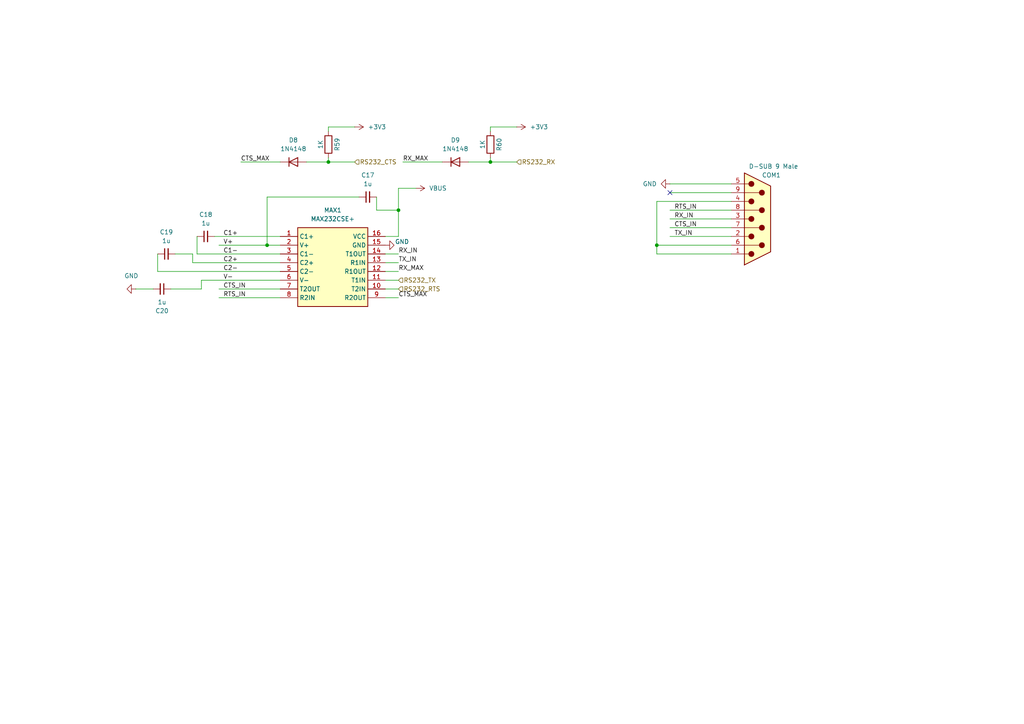
<source format=kicad_sch>
(kicad_sch (version 20231120) (generator "eeschema") (generator_version "8.0")
  (paper "A4")
  (title_block (title "FRANK") (date "2025-02-18") (rev "1.13") (company "Mikhail Matveev") (comment 1 "https://github.com/xtremespb/frank"))
  (lib_symbols
    (symbol "Device:C_Small" (pin_numbers hide) (pin_names (offset 0.254) hide)
      (property "Reference" "C" (at 0.254 1.778 0))
      (property "Value" "C_Small" (at 0.254 -2.032 0))
      (symbol "C_Small_0_1"
        (polyline (pts (xy -1.524 -0.508) (xy 1.524 -0.508)) (stroke (width 0.3302)))
        (polyline (pts (xy -1.524 0.508) (xy 1.524 0.508)) (stroke (width 0.3048)))
      )
      (symbol "C_Small_1_1"
        (pin passive line (at 0 2.54 270) (length 2.032) (name "~") (number "1"))
        (pin passive line (at 0 -2.54 90) (length 2.032) (name "~") (number "2"))
      )
    )
    (symbol "Device:R" (pin_numbers hide) (pin_names (offset 0))
      (property "Reference" "R" (at 2.032 0 90))
      (property "Value" "R" (at 0 0 90))
      (symbol "R_0_1"
        (rectangle (start -1.016 -2.54) (end 1.016 2.54) (stroke (width 0.254)))
      )
      (symbol "R_1_1"
        (pin passive line (at 0 3.81 270) (length 1.27) (name "~") (number "1"))
        (pin passive line (at 0 -3.81 90) (length 1.27) (name "~") (number "2"))
      )
    )
    (symbol "Diode:1N4148" (pin_numbers hide) (pin_names hide)
      (property "Reference" "D" (at 0 2.54 0))
      (property "Value" "1N4148" (at 0 -2.54 0))
      (symbol "1N4148_0_1"
        (polyline (pts (xy -1.27 1.27) (xy -1.27 -1.27)) (stroke (width 0.254)))
        (polyline (pts (xy 1.27 0) (xy -1.27 0)))
        (polyline (pts (xy 1.27 1.27) (xy 1.27 -1.27) (xy -1.27 0) (xy 1.27 1.27)) (stroke (width 0.254)))
      )
      (symbol "1N4148_1_1"
        (pin passive line (at -3.81 0 0) (length 2.54) (name "K") (number "1"))
        (pin passive line (at 3.81 0 180) (length 2.54) (name "A") (number "2"))
      )
    )
    (symbol "FRANK:DB9_Male_Small" (pin_names (offset 1.016) hide)
      (property "Reference" "JOY1" (at 1.27 12.7 0))
      (symbol "DB9_Male_Small_0_1"
        (circle (center -1.778 -10.16) (radius 0.762) (fill (type outline)))
        (circle (center -1.778 -5.08) (radius 0.762) (fill (type outline)))
        (circle (center -1.778 0) (radius 0.762) (fill (type outline)))
        (circle (center -1.778 5.08) (radius 0.762) (fill (type outline)))
        (circle (center -1.778 10.16) (radius 0.762) (fill (type outline)))
        (polyline (pts (xy -3.81 -10.16) (xy -2.54 -10.16)))
        (polyline (pts (xy -3.81 -7.62) (xy 0.508 -7.62)))
        (polyline (pts (xy -3.81 -5.08) (xy -2.54 -5.08)))
        (polyline (pts (xy -3.81 -2.54) (xy 0.508 -2.54)))
        (polyline (pts (xy -3.81 0) (xy -2.54 0)))
        (polyline (pts (xy -3.81 2.54) (xy 0.508 2.54)))
        (polyline (pts (xy -3.81 5.08) (xy -2.54 5.08)))
        (polyline (pts (xy -3.81 7.62) (xy 0.508 7.62)))
        (polyline (pts (xy -3.81 10.16) (xy -2.54 10.16)))
        (polyline (pts (xy -3.81 -13.335) (xy -3.81 13.335) (xy 3.81 9.525) (xy 3.81 -9.525) (xy -3.81 -13.335)) (stroke (width 0.254)) (fill (type background)))
        (circle (center 1.27 -7.62) (radius 0.762) (fill (type outline)))
        (circle (center 1.27 -2.54) (radius 0.762) (fill (type outline)))
        (circle (center 1.27 2.54) (radius 0.762) (fill (type outline)))
        (circle (center 1.27 7.62) (radius 0.762) (fill (type outline)))
      )
      (symbol "DB9_Male_Small_1_1"
        (pin passive line (at -7.62 -10.16 0) (length 3.81) (name "1") (number "1"))
        (pin passive line (at -7.62 -5.08 0) (length 3.81) (name "2") (number "2"))
        (pin passive line (at -7.62 0 0) (length 3.81) (name "3") (number "3"))
        (pin passive line (at -7.62 5.08 0) (length 3.81) (name "4") (number "4"))
        (pin passive line (at -7.62 10.16 0) (length 3.81) (name "5") (number "5"))
        (pin passive line (at -7.62 -7.62 0) (length 3.81) (name "6") (number "6"))
        (pin passive line (at -7.62 -2.54 0) (length 3.81) (name "7") (number "7"))
        (pin passive line (at -7.62 2.54 0) (length 3.81) (name "8") (number "8"))
        (pin passive line (at -7.62 7.62 0) (length 3.81) (name "9") (number "9"))
      )
    )
    (symbol "FRANK:MAX232CSE+"
      (property "Reference" "MAX1" (at 15.24 7.62 0))
      (property "Value" "MAX232CSE+" (at 15.24 5.08 0))
      (symbol "MAX232CSE+_1_1"
        (rectangle (start 5.08 2.54) (end 25.4 -20.32) (stroke (width 0.254)) (fill (type background)))
        (pin passive line (at 0 0 0) (length 5.08) (name "C1+") (number "1"))
        (pin passive line (at 30.48 -15.24 180) (length 5.08) (name "T2IN") (number "10"))
        (pin passive line (at 30.48 -12.7 180) (length 5.08) (name "T1IN") (number "11"))
        (pin passive line (at 30.48 -10.16 180) (length 5.08) (name "R1OUT") (number "12"))
        (pin passive line (at 30.48 -7.62 180) (length 5.08) (name "R1IN") (number "13"))
        (pin passive line (at 30.48 -5.08 180) (length 5.08) (name "T1OUT") (number "14"))
        (pin passive line (at 30.48 -2.54 180) (length 5.08) (name "GND") (number "15"))
        (pin passive line (at 30.48 0 180) (length 5.08) (name "VCC") (number "16"))
        (pin passive line (at 0 -2.54 0) (length 5.08) (name "V+") (number "2"))
        (pin passive line (at 0 -5.08 0) (length 5.08) (name "C1-") (number "3"))
        (pin passive line (at 0 -7.62 0) (length 5.08) (name "C2+") (number "4"))
        (pin passive line (at 0 -10.16 0) (length 5.08) (name "C2-") (number "5"))
        (pin passive line (at 0 -12.7 0) (length 5.08) (name "V-") (number "6"))
        (pin passive line (at 0 -15.24 0) (length 5.08) (name "T2OUT") (number "7"))
        (pin passive line (at 0 -17.78 0) (length 5.08) (name "R2IN") (number "8"))
        (pin passive line (at 30.48 -17.78 180) (length 5.08) (name "R2OUT") (number "9"))
      )
    )
    (symbol "GND_2" (power) (pin_numbers hide) (pin_names (offset 0) hide)
      (property "Value" "GND" (at 0 -3.81 0))
      (symbol "GND_2_0_1"
        (polyline (pts (xy 0 0) (xy 0 -1.27) (xy 1.27 -1.27) (xy 0 -2.54) (xy -1.27 -1.27) (xy 0 -1.27)))
      )
      (symbol "GND_2_1_1"
        (pin power_in line (at 0 0 270) (length 0) (name "~") (number "1"))
      )
    )
    (symbol "GND_3" (power) (pin_numbers hide) (pin_names (offset 0) hide)
      (property "Value" "GND" (at 0 -3.81 0))
      (symbol "GND_3_0_1"
        (polyline (pts (xy 0 0) (xy 0 -1.27) (xy 1.27 -1.27) (xy 0 -2.54) (xy -1.27 -1.27) (xy 0 -1.27)))
      )
      (symbol "GND_3_1_1"
        (pin power_in line (at 0 0 270) (length 0) (name "~") (number "1"))
      )
    )
    (symbol "GND_7" (power) (pin_numbers hide) (pin_names (offset 0) hide)
      (property "Value" "GND" (at 0 -3.81 0))
      (symbol "GND_7_0_1"
        (polyline (pts (xy 0 0) (xy 0 -1.27) (xy 1.27 -1.27) (xy 0 -2.54) (xy -1.27 -1.27) (xy 0 -1.27)))
      )
      (symbol "GND_7_1_1"
        (pin power_in line (at 0 0 270) (length 0) (name "~") (number "1"))
      )
    )
    (symbol "power:+3V3" (power) (pin_numbers hide) (pin_names (offset 0) hide)
      (property "Value" "+3V3" (at 0 3.556 0))
      (symbol "+3V3_0_1"
        (polyline (pts (xy -0.762 1.27) (xy 0 2.54)))
        (polyline (pts (xy 0 0) (xy 0 2.54)))
        (polyline (pts (xy 0 2.54) (xy 0.762 1.27)))
      )
      (symbol "+3V3_1_1"
        (pin power_in line (at 0 0 90) (length 0) (name "~") (number "1"))
      )
    )
    (symbol "power:VBUS" (power) (pin_numbers hide) (pin_names (offset 0) hide)
      (property "Value" "VBUS" (at 0 3.556 0))
      (symbol "VBUS_0_1"
        (polyline (pts (xy -0.762 1.27) (xy 0 2.54)))
        (polyline (pts (xy 0 0) (xy 0 2.54)))
        (polyline (pts (xy 0 2.54) (xy 0.762 1.27)))
      )
      (symbol "VBUS_1_1"
        (pin power_in line (at 0 0 90) (length 0) (name "~") (number "1"))
      )
    )
  )
  (junction (at 95.25 46.99))
  (junction (at 142.24 46.99))
  (junction (at 190.5 71.12))
  (junction (at 115.57 60.96))
  (junction (at 77.47 71.12))
  (no_connect (at 194.31 55.88))
  (wire (pts (xy 111.76 83.82) (xy 115.57 83.82)))
  (wire (pts (xy 111.76 78.74) (xy 115.57 78.74)))
  (wire (pts (xy 58.42 83.82) (xy 58.42 81.28)))
  (wire (pts (xy 190.5 73.66) (xy 190.5 71.12)))
  (wire (pts (xy 44.45 83.82) (xy 39.37 83.82)))
  (wire (pts (xy 58.42 81.28) (xy 81.28 81.28)))
  (wire (pts (xy 142.24 36.83) (xy 142.24 38.1)))
  (wire (pts (xy 109.22 60.96) (xy 109.22 57.15)))
  (wire (pts (xy 45.72 78.74) (xy 81.28 78.74)))
  (wire (pts (xy 49.53 83.82) (xy 58.42 83.82)))
  (wire (pts (xy 62.23 68.58) (xy 81.28 68.58)))
  (wire (pts (xy 190.5 71.12) (xy 190.5 58.42)))
  (wire (pts (xy 190.5 58.42) (xy 212.09 58.42)))
  (wire (pts (xy 95.25 45.72) (xy 95.25 46.99)))
  (wire (pts (xy 116.84 46.99) (xy 128.27 46.99)))
  (wire (pts (xy 135.89 46.99) (xy 142.24 46.99)))
  (wire (pts (xy 111.76 68.58) (xy 115.57 68.58)))
  (wire (pts (xy 63.5 86.36) (xy 81.28 86.36)))
  (wire (pts (xy 190.5 71.12) (xy 212.09 71.12)))
  (wire (pts (xy 50.8 73.66) (xy 55.88 73.66)))
  (wire (pts (xy 115.57 54.61) (xy 120.65 54.61)))
  (wire (pts (xy 95.25 46.99) (xy 102.87 46.99)))
  (wire (pts (xy 77.47 57.15) (xy 77.47 71.12)))
  (wire (pts (xy 57.15 68.58) (xy 57.15 73.66)))
  (wire (pts (xy 57.15 73.66) (xy 81.28 73.66)))
  (wire (pts (xy 194.31 66.04) (xy 212.09 66.04)))
  (wire (pts (xy 194.31 60.96) (xy 212.09 60.96)))
  (wire (pts (xy 55.88 73.66) (xy 55.88 76.2)))
  (wire (pts (xy 111.76 86.36) (xy 115.57 86.36)))
  (wire (pts (xy 55.88 76.2) (xy 81.28 76.2)))
  (wire (pts (xy 102.87 36.83) (xy 95.25 36.83)))
  (wire (pts (xy 194.31 53.34) (xy 212.09 53.34)))
  (wire (pts (xy 149.86 36.83) (xy 142.24 36.83)))
  (wire (pts (xy 45.72 73.66) (xy 45.72 78.74)))
  (wire (pts (xy 63.5 83.82) (xy 81.28 83.82)))
  (wire (pts (xy 63.5 71.12) (xy 77.47 71.12)))
  (wire (pts (xy 95.25 36.83) (xy 95.25 38.1)))
  (wire (pts (xy 77.47 71.12) (xy 81.28 71.12)))
  (wire (pts (xy 104.14 57.15) (xy 77.47 57.15)))
  (wire (pts (xy 88.9 46.99) (xy 95.25 46.99)))
  (wire (pts (xy 142.24 45.72) (xy 142.24 46.99)))
  (wire (pts (xy 194.31 55.88) (xy 212.09 55.88)))
  (wire (pts (xy 142.24 46.99) (xy 149.86 46.99)))
  (wire (pts (xy 111.76 73.66) (xy 115.57 73.66)))
  (wire (pts (xy 111.76 76.2) (xy 115.57 76.2)))
  (wire (pts (xy 190.5 73.66) (xy 212.09 73.66)))
  (wire (pts (xy 115.57 60.96) (xy 115.57 54.61)))
  (wire (pts (xy 115.57 60.96) (xy 115.57 68.58)))
  (wire (pts (xy 111.76 81.28) (xy 115.57 81.28)))
  (wire (pts (xy 194.31 68.58) (xy 212.09 68.58)))
  (wire (pts (xy 69.85 46.99) (xy 81.28 46.99)))
  (wire (pts (xy 194.31 63.5) (xy 212.09 63.5)))
  (wire (pts (xy 109.22 60.96) (xy 115.57 60.96)))
  (label "CTS_MAX" (at 115.57 86.36 0))
  (label "RX_IN" (at 115.57 73.66 0))
  (label "CTS_IN" (at 64.77 83.82 0))
  (label "CTS_MAX" (at 69.85 46.99 0))
  (label "RX_MAX" (at 116.84 46.99 0))
  (label "TX_IN" (at 195.58 68.58 0))
  (label "C1-" (at 64.77 73.66 0))
  (label "V-" (at 64.77 81.28 0))
  (label "RTS_IN" (at 195.58 60.96 0))
  (label "C2-" (at 64.77 78.74 0))
  (label "RX_MAX" (at 115.57 78.74 0))
  (label "C1+" (at 64.77 68.58 0))
  (label "RTS_IN" (at 64.77 86.36 0))
  (label "C2+" (at 64.77 76.2 0))
  (label "CTS_IN" (at 195.58 66.04 0))
  (label "TX_IN" (at 115.57 76.2 0))
  (label "RX_IN" (at 195.58 63.5 0))
  (label "V+" (at 64.77 71.12 0))
  (hierarchical_label "RS232_RX" (shape input) (at 149.86 46.99 0))
  (hierarchical_label "RS232_CTS" (shape input) (at 102.87 46.99 0))
  (hierarchical_label "RS232_RTS" (shape input) (at 115.57 83.82 0))
  (hierarchical_label "RS232_TX" (shape input) (at 115.57 81.28 0))
  (symbol (lib_id "Device:C_Small") (at 59.69 68.58 90) (unit 1)
    (property "Reference" "C18" (at 59.6963 62.23 90))
    (property "Value" "1u" (at 59.6963 64.77 90))
    (property "Footprint" "FRANK:Capacitor (0805)" (effects (hide yes)))
    (property "Datasheet" "https://eu.mouser.com/datasheet/2/447/KEM_C1075_X7R_HT_SMD-3316221.pdf" (effects (hide yes)))
    (property "Description" "Unpolarized capacitor, small symbol" (effects (hide yes)))
    (property "AliExpress" "https://www.aliexpress.com/item/33008008276.html" (effects (hide yes)))
  )
  (symbol (lib_id "power:+3V3") (at 102.87 36.83 270) (unit 1)
    (property "Reference" "#PWR077" (effects (hide yes)))
    (property "Value" "+3V3" (at 106.68 36.8299 90) (effects (justify left)))
    (property "Description" "Power symbol creates a global label with name \"+3V3\"" (effects (hide yes)))
  )
  (symbol (lib_id "power:VBUS") (at 120.65 54.61 270) (unit 1)
    (property "Reference" "#PWR080" (effects (hide yes)))
    (property "Value" "VBUS" (at 124.46 54.6099 90) (effects (justify left)))
    (property "Description" "Power symbol creates a global label with name \"VBUS\"" (effects (hide yes)))
  )
  (symbol (lib_id "Device:C_Small") (at 48.26 73.66 90) (unit 1)
    (property "Reference" "C19" (at 48.2663 67.31 90))
    (property "Value" "1u" (at 48.2663 69.85 90))
    (property "Footprint" "FRANK:Capacitor (0805)" (effects (hide yes)))
    (property "Datasheet" "https://eu.mouser.com/datasheet/2/447/KEM_C1075_X7R_HT_SMD-3316221.pdf" (effects (hide yes)))
    (property "Description" "Unpolarized capacitor, small symbol" (effects (hide yes)))
    (property "AliExpress" "https://www.aliexpress.com/item/33008008276.html" (effects (hide yes)))
  )
  (symbol (lib_id "Device:C_Small") (at 106.68 57.15 90) (unit 1)
    (property "Reference" "C17" (at 106.6863 50.8 90))
    (property "Value" "1u" (at 106.6863 53.34 90))
    (property "Footprint" "FRANK:Capacitor (0805)" (effects (hide yes)))
    (property "Datasheet" "https://eu.mouser.com/datasheet/2/447/KEM_C1075_X7R_HT_SMD-3316221.pdf" (effects (hide yes)))
    (property "Description" "Unpolarized capacitor, small symbol" (effects (hide yes)))
    (property "AliExpress" "https://www.aliexpress.com/item/33008008276.html" (effects (hide yes)))
  )
  (symbol (lib_id "power:+3V3") (at 149.86 36.83 270) (unit 1)
    (property "Reference" "#PWR078" (effects (hide yes)))
    (property "Value" "+3V3" (at 153.67 36.8299 90) (effects (justify left)))
    (property "Description" "Power symbol creates a global label with name \"+3V3\"" (effects (hide yes)))
  )
  (symbol (lib_id "Device:R") (at 142.24 41.91 180) (unit 1)
    (property "Reference" "R60" (at 144.78 41.91 90))
    (property "Value" "1K" (at 139.954 41.91 90))
    (property "Footprint" "FRANK:Resistor (0805)" (effects (hide yes)))
    (property "Datasheet" "https://www.vishay.com/docs/28952/mcs0402at-mct0603at-mcu0805at-mca1206at.pdf" (effects (hide yes)))
    (property "AliExpress" "https://www.aliexpress.com/item/1005005945735199.html" (effects (hide yes)))
  )
  (symbol (lib_id "Device:C_Small") (at 46.99 83.82 270) (unit 1)
    (property "Reference" "C20" (at 46.99 90.17 90))
    (property "Value" "1u" (at 46.99 87.63 90))
    (property "Footprint" "FRANK:Capacitor (0805)" (effects (hide yes)))
    (property "Datasheet" "https://eu.mouser.com/datasheet/2/447/KEM_C1075_X7R_HT_SMD-3316221.pdf" (effects (hide yes)))
    (property "Description" "Unpolarized capacitor, small symbol" (effects (hide yes)))
    (property "AliExpress" "https://www.aliexpress.com/item/33008008276.html" (effects (hide yes)))
  )
  (symbol (lib_name "GND_3") (lib_id "power:GND") (at 194.31 53.34 270) (unit 1)
    (property "Reference" "#PWR079" (effects (hide yes)))
    (property "Value" "GND" (at 190.5 53.3399 90) (effects (justify right)))
    (property "Description" "Power symbol creates a global label with name \"GND\" , ground" (effects (hide yes)))
  )
  (symbol (lib_id "Diode:1N4148") (at 132.08 46.99 0) (unit 1)
    (property "Reference" "D9" (at 132.08 40.64 0))
    (property "Value" "1N4148" (at 132.08 43.18 0))
    (property "Footprint" "FRANK:Diode (SOD-323)" (effects (hide yes)))
    (property "Datasheet" "https://www.vishay.com/docs/85748/1n4148w.pdf" (effects (hide yes)))
    (property "Description" "100V 0.15A standard switching diode, DO-35" (effects (hide yes)))
    (property "Sim.Device" "D" (effects (hide yes)))
    (property "Sim.Pins" "1=K 2=A" (effects (hide yes)))
    (property "AliExpress" "https://www.aliexpress.com/item/1005005707644429.html" (effects (hide yes)))
  )
  (symbol (lib_id "FRANK:MAX232CSE+") (at 81.28 68.58 0) (unit 1)
    (property "Reference" "MAX1" (at 96.52 60.96 0))
    (property "Value" "MAX232CSE+" (at 96.52 63.5 0))
    (property "Footprint" "FRANK:SOIC127P600X175-16N" (effects (hide yes)))
    (property "Datasheet" "http://datasheets.maximintegrated.com/en/ds/MAX220-MAX249.pdf" (effects (hide yes)))
    (property "Description" "MAX232CSE+, Line Transceiver, EIA/TIA-232-E, RS-232, V.24, V.28 2-TX 2-RX 2-TRX, 5V, 16-Pin SOIC" (effects (hide yes)))
    (property "Height" "1.75" (effects (hide yes)))
    (property "Mouser Part Number" "700-MAX232CSE" (effects (hide yes)))
    (property "Mouser Price/Stock" "https://www.mouser.co.uk/ProductDetail/Analog-Devices-Maxim-Integrated/MAX232CSE%2b?qs=1THa7WoU59E0tHinO%252BHrBQ%3D%3D" (effects (hide yes)))
    (property "Manufacturer_Name" "Analog Devices" (effects (hide yes)))
    (property "Manufacturer_Part_Number" "MAX232CSE+" (effects (hide yes)))
    (property "AliExpress" "https://www.aliexpress.com/item/1005006286473801.html" (effects (hide yes)))
  )
  (symbol (lib_name "GND_7") (lib_id "power:GND") (at 39.37 83.82 270) (unit 1)
    (property "Reference" "#PWR082" (effects (hide yes)))
    (property "Value" "GND" (at 38.1 80.01 90))
    (property "Description" "Power symbol creates a global label with name \"GND\" , ground" (effects (hide yes)))
  )
  (symbol (lib_id "Device:R") (at 95.25 41.91 180) (unit 1)
    (property "Reference" "R59" (at 97.79 41.91 90))
    (property "Value" "1K" (at 92.964 41.91 90))
    (property "Footprint" "FRANK:Resistor (0805)" (effects (hide yes)))
    (property "Datasheet" "https://www.vishay.com/docs/28952/mcs0402at-mct0603at-mcu0805at-mca1206at.pdf" (effects (hide yes)))
    (property "AliExpress" "https://www.aliexpress.com/item/1005005945735199.html" (effects (hide yes)))
  )
  (symbol (lib_name "GND_2") (lib_id "power:GND") (at 111.76 71.12 90) (unit 1)
    (property "Reference" "#PWR081" (effects (hide yes)))
    (property "Value" "GND" (at 114.554 70.104 90) (effects (justify right)))
    (property "Description" "Power symbol creates a global label with name \"GND\" , ground" (effects (hide yes)))
  )
  (symbol (lib_id "Diode:1N4148") (at 85.09 46.99 0) (unit 1)
    (property "Reference" "D8" (at 85.09 40.64 0))
    (property "Value" "1N4148" (at 85.09 43.18 0))
    (property "Footprint" "FRANK:Diode (SOD-323)" (effects (hide yes)))
    (property "Datasheet" "https://www.vishay.com/docs/85748/1n4148w.pdf" (effects (hide yes)))
    (property "Description" "100V 0.15A standard switching diode, DO-35" (effects (hide yes)))
    (property "Sim.Device" "D" (effects (hide yes)))
    (property "Sim.Pins" "1=K 2=A" (effects (hide yes)))
    (property "AliExpress" "https://www.aliexpress.com/item/1005005707644429.html" (effects (hide yes)))
  )
  (symbol (lib_id "FRANK:DB9_Male_Small") (at 219.71 63.5 0) (unit 1)
    (property "Reference" "COM1" (at 220.98 50.8 0) (effects (justify left)))
    (property "Value" "D-SUB 9 Male" (at 217.17 48.26 0) (effects (justify left)))
    (property "Footprint" "FRANK:D-SUB (9 pin, male, top mount)" (effects (hide yes)))
    (property "Datasheet" "https://eu.mouser.com/datasheet/2/578/original-3313093.pdf" (effects (hide yes)))
    (property "AliExpress" "https://www.aliexpress.com/item/4001214300548.html" (effects (hide yes)))
  )
)
</source>
